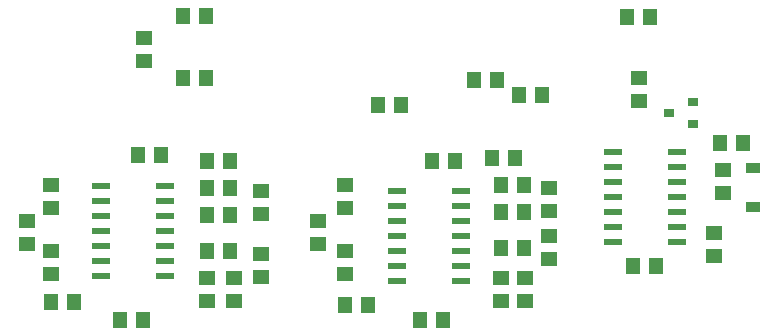
<source format=gbr>
G04 #@! TF.GenerationSoftware,KiCad,Pcbnew,(5.0.0-rc2-dev-586-g888c43477)*
G04 #@! TF.CreationDate,2018-06-04T01:03:36-03:00*
G04 #@! TF.ProjectId,Signal,5369676E616C2E6B696361645F706362,rev?*
G04 #@! TF.SameCoordinates,Original*
G04 #@! TF.FileFunction,Paste,Bot*
G04 #@! TF.FilePolarity,Positive*
%FSLAX46Y46*%
G04 Gerber Fmt 4.6, Leading zero omitted, Abs format (unit mm)*
G04 Created by KiCad (PCBNEW (5.0.0-rc2-dev-586-g888c43477)) date 06/04/18 01:03:36*
%MOMM*%
%LPD*%
G01*
G04 APERTURE LIST*
%ADD10R,1.295000X1.400000*%
%ADD11R,0.900000X0.800000*%
%ADD12R,1.400000X1.295000*%
%ADD13R,1.200000X0.900000*%
%ADD14R,1.500000X0.600000*%
G04 APERTURE END LIST*
D10*
X32463500Y-23000000D03*
X30528500Y-23000000D03*
D11*
X73644000Y-24958000D03*
X73644000Y-26858000D03*
X71644000Y-25908000D03*
D10*
X46179500Y-42164000D03*
X44244500Y-42164000D03*
X32560500Y-34544000D03*
X34495500Y-34544000D03*
D12*
X37084000Y-37894500D03*
X37084000Y-39829500D03*
D10*
X32560500Y-29972000D03*
X34495500Y-29972000D03*
X28653500Y-29464000D03*
X26718500Y-29464000D03*
D12*
X76200000Y-32717500D03*
X76200000Y-30782500D03*
D10*
X68628500Y-38862000D03*
X70563500Y-38862000D03*
X51610500Y-29972000D03*
X53545500Y-29972000D03*
X58625500Y-29718000D03*
X56690500Y-29718000D03*
D12*
X61516500Y-36370500D03*
X61516500Y-38305500D03*
D10*
X59387500Y-34290000D03*
X57452500Y-34290000D03*
D13*
X78740000Y-30608000D03*
X78740000Y-33908000D03*
D12*
X41910000Y-37035500D03*
X41910000Y-35100500D03*
X59436000Y-41861500D03*
X59436000Y-39926500D03*
X44196000Y-33987500D03*
X44196000Y-32052500D03*
X75438000Y-36116500D03*
X75438000Y-38051500D03*
D10*
X68120500Y-17780000D03*
X70055500Y-17780000D03*
X75994500Y-28448000D03*
X77929500Y-28448000D03*
D12*
X69088000Y-24892000D03*
X69088000Y-22957000D03*
D10*
X50594500Y-43434000D03*
X52529500Y-43434000D03*
D12*
X57404000Y-41861500D03*
X57404000Y-39926500D03*
D10*
X48967500Y-25250000D03*
X47032500Y-25250000D03*
X19352500Y-41910000D03*
X21287500Y-41910000D03*
D12*
X19304000Y-39575500D03*
X19304000Y-37640500D03*
X61468000Y-32306500D03*
X61468000Y-34241500D03*
D10*
X32560500Y-32258000D03*
X34495500Y-32258000D03*
D12*
X37084000Y-34495500D03*
X37084000Y-32560500D03*
X34798000Y-39926500D03*
X34798000Y-41861500D03*
X19304000Y-33987500D03*
X19304000Y-32052500D03*
X32512000Y-41861500D03*
X32512000Y-39926500D03*
D10*
X25194500Y-43434000D03*
X27129500Y-43434000D03*
X57452500Y-37338000D03*
X59387500Y-37338000D03*
D12*
X44196000Y-37640500D03*
X44196000Y-39575500D03*
X17272000Y-37035500D03*
X17272000Y-35100500D03*
D10*
X59387500Y-32004000D03*
X57452500Y-32004000D03*
X34495500Y-37592000D03*
X32560500Y-37592000D03*
D12*
X27178000Y-19606500D03*
X27178000Y-21541500D03*
D14*
X48608000Y-40132000D03*
X48608000Y-38862000D03*
X48608000Y-37592000D03*
X48608000Y-36322000D03*
X48608000Y-35052000D03*
X48608000Y-33782000D03*
X48608000Y-32512000D03*
X54008000Y-32512000D03*
X54008000Y-33782000D03*
X54008000Y-35052000D03*
X54008000Y-36322000D03*
X54008000Y-37592000D03*
X54008000Y-38862000D03*
X54008000Y-40132000D03*
D10*
X30528500Y-17750000D03*
X32463500Y-17750000D03*
X58976500Y-24384000D03*
X60911500Y-24384000D03*
X57101500Y-23114000D03*
X55166500Y-23114000D03*
D14*
X28989000Y-39751000D03*
X28989000Y-38481000D03*
X28989000Y-37211000D03*
X28989000Y-35941000D03*
X28989000Y-34671000D03*
X28989000Y-33401000D03*
X28989000Y-32131000D03*
X23589000Y-32131000D03*
X23589000Y-33401000D03*
X23589000Y-34671000D03*
X23589000Y-35941000D03*
X23589000Y-37211000D03*
X23589000Y-38481000D03*
X23589000Y-39751000D03*
X66896000Y-36830000D03*
X66896000Y-35560000D03*
X66896000Y-34290000D03*
X66896000Y-33020000D03*
X66896000Y-31750000D03*
X66896000Y-30480000D03*
X66896000Y-29210000D03*
X72296000Y-29210000D03*
X72296000Y-30480000D03*
X72296000Y-31750000D03*
X72296000Y-33020000D03*
X72296000Y-34290000D03*
X72296000Y-35560000D03*
X72296000Y-36830000D03*
M02*

</source>
